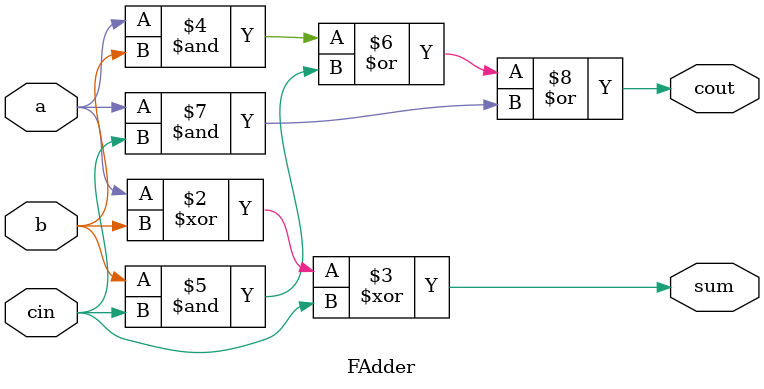
<source format=v>
module FAdder(a,b,cin,sum,cout);
input a,b,cin;
output reg sum,cout;

always@(a or b)
begin
sum<=a^b^cin;
cout<=(a&b) | (b&cin) | (a&cin);
end
endmodule

</source>
